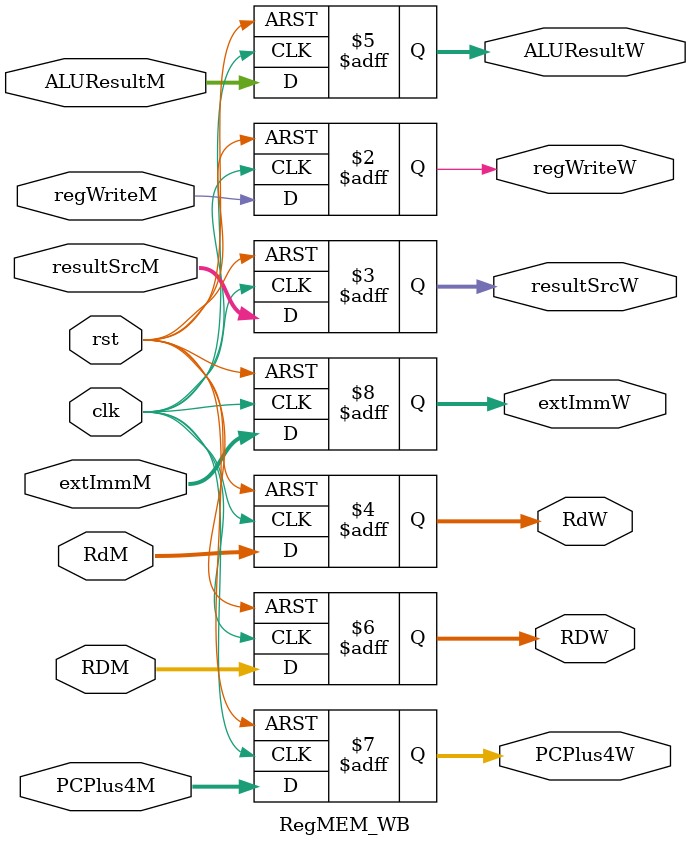
<source format=v>
module RegMEM_WB(clk, rst, regWriteM, resultSrcM,
                 ALUResultM, RDM, RdM, PCPlus4M,
                extImmM, extImmW, regWriteW, resultSrcW,
                ALUResultW, RDW, RdW, PCPlus4W);
    
    input clk, rst, regWriteM;
    input [1:0] resultSrcM;
    input [4:0] RdM;
    input [31:0] ALUResultM, RDM, PCPlus4M, extImmM;

    output reg regWriteW;
    output reg [1:0] resultSrcW;
    output reg [4:0] RdW;
    output reg [31:0] ALUResultW, RDW, PCPlus4W, extImmW;

    always @(posedge clk or posedge rst) begin
        
        if (rst) begin
            regWriteW  <= 32'b0;
            ALUResultW <= 32'b0;
            PCPlus4W   <= 32'b0;
            RDW        <= 32'b0;
            RdW        <= 5'b0;
            resultSrcW <= 2'b0;
            extImmW    <= 32'b0;
        end 
        
        else begin
            regWriteW  <= regWriteM; 
            ALUResultW <= ALUResultM;
            PCPlus4W   <= PCPlus4M;
            RDW        <= RDM;
            RdW        <= RdM;
            resultSrcW <= resultSrcM;
            extImmW    <= extImmM;
        end
        
    end

endmodule


</source>
